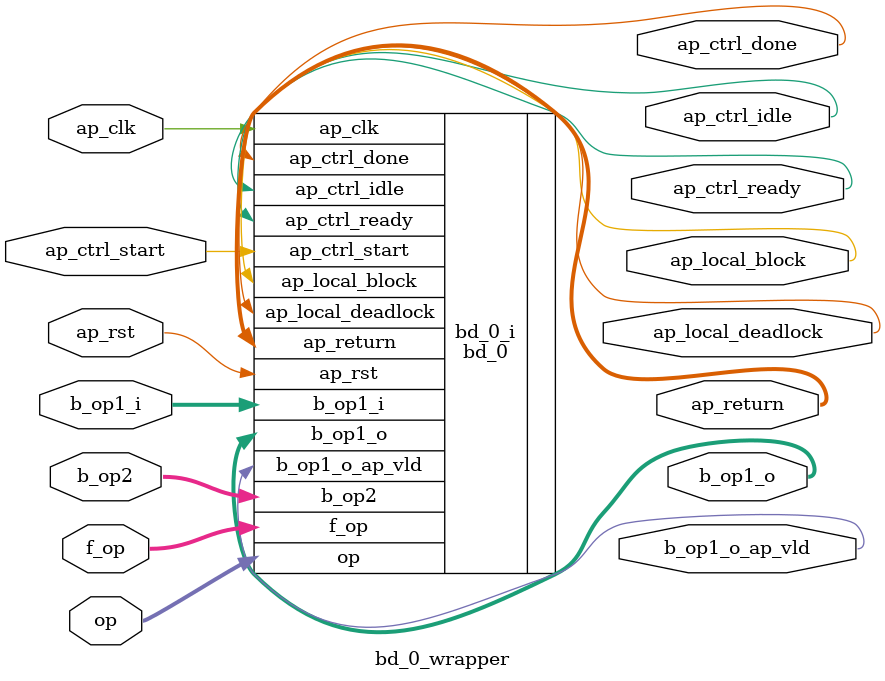
<source format=v>
`timescale 1 ps / 1 ps

module bd_0_wrapper
   (ap_clk,
    ap_ctrl_done,
    ap_ctrl_idle,
    ap_ctrl_ready,
    ap_ctrl_start,
    ap_local_block,
    ap_local_deadlock,
    ap_return,
    ap_rst,
    b_op1_i,
    b_op1_o,
    b_op1_o_ap_vld,
    b_op2,
    f_op,
    op);
  input ap_clk;
  output ap_ctrl_done;
  output ap_ctrl_idle;
  output ap_ctrl_ready;
  input ap_ctrl_start;
  output ap_local_block;
  output ap_local_deadlock;
  output [127:0]ap_return;
  input ap_rst;
  input [127:0]b_op1_i;
  output [127:0]b_op1_o;
  output b_op1_o_ap_vld;
  input [127:0]b_op2;
  input [31:0]f_op;
  input [31:0]op;

  wire ap_clk;
  wire ap_ctrl_done;
  wire ap_ctrl_idle;
  wire ap_ctrl_ready;
  wire ap_ctrl_start;
  wire ap_local_block;
  wire ap_local_deadlock;
  wire [127:0]ap_return;
  wire ap_rst;
  wire [127:0]b_op1_i;
  wire [127:0]b_op1_o;
  wire b_op1_o_ap_vld;
  wire [127:0]b_op2;
  wire [31:0]f_op;
  wire [31:0]op;

  bd_0 bd_0_i
       (.ap_clk(ap_clk),
        .ap_ctrl_done(ap_ctrl_done),
        .ap_ctrl_idle(ap_ctrl_idle),
        .ap_ctrl_ready(ap_ctrl_ready),
        .ap_ctrl_start(ap_ctrl_start),
        .ap_local_block(ap_local_block),
        .ap_local_deadlock(ap_local_deadlock),
        .ap_return(ap_return),
        .ap_rst(ap_rst),
        .b_op1_i(b_op1_i),
        .b_op1_o(b_op1_o),
        .b_op1_o_ap_vld(b_op1_o_ap_vld),
        .b_op2(b_op2),
        .f_op(f_op),
        .op(op));
endmodule

</source>
